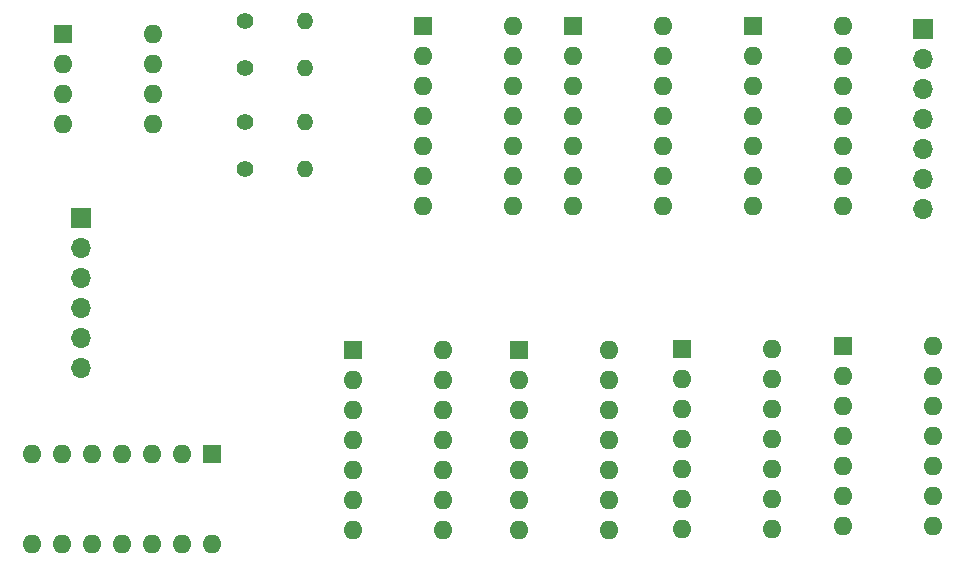
<source format=gbr>
%TF.GenerationSoftware,KiCad,Pcbnew,(6.0.7)*%
%TF.CreationDate,2022-12-18T15:12:13+02:00*%
%TF.ProjectId,hamming code,68616d6d-696e-4672-9063-6f64652e6b69,rev?*%
%TF.SameCoordinates,Original*%
%TF.FileFunction,Soldermask,Bot*%
%TF.FilePolarity,Negative*%
%FSLAX46Y46*%
G04 Gerber Fmt 4.6, Leading zero omitted, Abs format (unit mm)*
G04 Created by KiCad (PCBNEW (6.0.7)) date 2022-12-18 15:12:13*
%MOMM*%
%LPD*%
G01*
G04 APERTURE LIST*
%ADD10R,1.600000X1.600000*%
%ADD11O,1.600000X1.600000*%
%ADD12R,1.700000X1.700000*%
%ADD13O,1.700000X1.700000*%
%ADD14C,1.400000*%
%ADD15O,1.400000X1.400000*%
G04 APERTURE END LIST*
D10*
%TO.C,U8*%
X71700000Y-111875000D03*
D11*
X71700000Y-114415000D03*
X71700000Y-116955000D03*
X71700000Y-119495000D03*
X71700000Y-122035000D03*
X71700000Y-124575000D03*
X71700000Y-127115000D03*
X79320000Y-127115000D03*
X79320000Y-124575000D03*
X79320000Y-122035000D03*
X79320000Y-119495000D03*
X79320000Y-116955000D03*
X79320000Y-114415000D03*
X79320000Y-111875000D03*
%TD*%
D12*
%TO.C,J2*%
X105900000Y-84700000D03*
D13*
X105900000Y-87240000D03*
X105900000Y-89780000D03*
X105900000Y-92320000D03*
X105900000Y-94860000D03*
X105900000Y-97400000D03*
X105900000Y-99940000D03*
%TD*%
D10*
%TO.C,U5*%
X91450000Y-84375000D03*
D11*
X91450000Y-86915000D03*
X91450000Y-89455000D03*
X91450000Y-91995000D03*
X91450000Y-94535000D03*
X91450000Y-97075000D03*
X91450000Y-99615000D03*
X99070000Y-99615000D03*
X99070000Y-97075000D03*
X99070000Y-94535000D03*
X99070000Y-91995000D03*
X99070000Y-89455000D03*
X99070000Y-86915000D03*
X99070000Y-84375000D03*
%TD*%
D14*
%TO.C,R1*%
X48470000Y-84000000D03*
D15*
X53550000Y-84000000D03*
%TD*%
D10*
%TO.C,U4*%
X57600000Y-111875000D03*
D11*
X57600000Y-114415000D03*
X57600000Y-116955000D03*
X57600000Y-119495000D03*
X57600000Y-122035000D03*
X57600000Y-124575000D03*
X57600000Y-127115000D03*
X65220000Y-127115000D03*
X65220000Y-124575000D03*
X65220000Y-122035000D03*
X65220000Y-119495000D03*
X65220000Y-116955000D03*
X65220000Y-114415000D03*
X65220000Y-111875000D03*
%TD*%
D10*
%TO.C,U2*%
X76210000Y-84375000D03*
D11*
X76210000Y-86915000D03*
X76210000Y-89455000D03*
X76210000Y-91995000D03*
X76210000Y-94535000D03*
X76210000Y-97075000D03*
X76210000Y-99615000D03*
X83830000Y-99615000D03*
X83830000Y-97075000D03*
X83830000Y-94535000D03*
X83830000Y-91995000D03*
X83830000Y-89455000D03*
X83830000Y-86915000D03*
X83830000Y-84375000D03*
%TD*%
D10*
%TO.C,SW1*%
X33030000Y-85100000D03*
D11*
X33030000Y-87640000D03*
X33030000Y-90180000D03*
X33030000Y-92720000D03*
X40650000Y-92720000D03*
X40650000Y-90180000D03*
X40650000Y-87640000D03*
X40650000Y-85100000D03*
%TD*%
D10*
%TO.C,U6*%
X85500000Y-111775000D03*
D11*
X85500000Y-114315000D03*
X85500000Y-116855000D03*
X85500000Y-119395000D03*
X85500000Y-121935000D03*
X85500000Y-124475000D03*
X85500000Y-127015000D03*
X93120000Y-127015000D03*
X93120000Y-124475000D03*
X93120000Y-121935000D03*
X93120000Y-119395000D03*
X93120000Y-116855000D03*
X93120000Y-114315000D03*
X93120000Y-111775000D03*
%TD*%
D10*
%TO.C,U3*%
X45720000Y-120650000D03*
D11*
X43180000Y-120650000D03*
X40640000Y-120650000D03*
X38100000Y-120650000D03*
X35560000Y-120650000D03*
X33020000Y-120650000D03*
X30480000Y-120650000D03*
X30480000Y-128270000D03*
X33020000Y-128270000D03*
X35560000Y-128270000D03*
X38100000Y-128270000D03*
X40640000Y-128270000D03*
X43180000Y-128270000D03*
X45720000Y-128270000D03*
%TD*%
D12*
%TO.C,J1*%
X34600000Y-100650000D03*
D13*
X34600000Y-103190000D03*
X34600000Y-105730000D03*
X34600000Y-108270000D03*
X34600000Y-110810000D03*
X34600000Y-113350000D03*
%TD*%
D14*
%TO.C,R4*%
X48460000Y-96500000D03*
D15*
X53540000Y-96500000D03*
%TD*%
D10*
%TO.C,U7*%
X99100000Y-111475000D03*
D11*
X99100000Y-114015000D03*
X99100000Y-116555000D03*
X99100000Y-119095000D03*
X99100000Y-121635000D03*
X99100000Y-124175000D03*
X99100000Y-126715000D03*
X106720000Y-126715000D03*
X106720000Y-124175000D03*
X106720000Y-121635000D03*
X106720000Y-119095000D03*
X106720000Y-116555000D03*
X106720000Y-114015000D03*
X106720000Y-111475000D03*
%TD*%
D10*
%TO.C,U1*%
X63510000Y-84375000D03*
D11*
X63510000Y-86915000D03*
X63510000Y-89455000D03*
X63510000Y-91995000D03*
X63510000Y-94535000D03*
X63510000Y-97075000D03*
X63510000Y-99615000D03*
X71130000Y-99615000D03*
X71130000Y-97075000D03*
X71130000Y-94535000D03*
X71130000Y-91995000D03*
X71130000Y-89455000D03*
X71130000Y-86915000D03*
X71130000Y-84375000D03*
%TD*%
D14*
%TO.C,R3*%
X48460000Y-92500000D03*
D15*
X53540000Y-92500000D03*
%TD*%
D14*
%TO.C,R2*%
X48460000Y-88000000D03*
D15*
X53540000Y-88000000D03*
%TD*%
M02*

</source>
